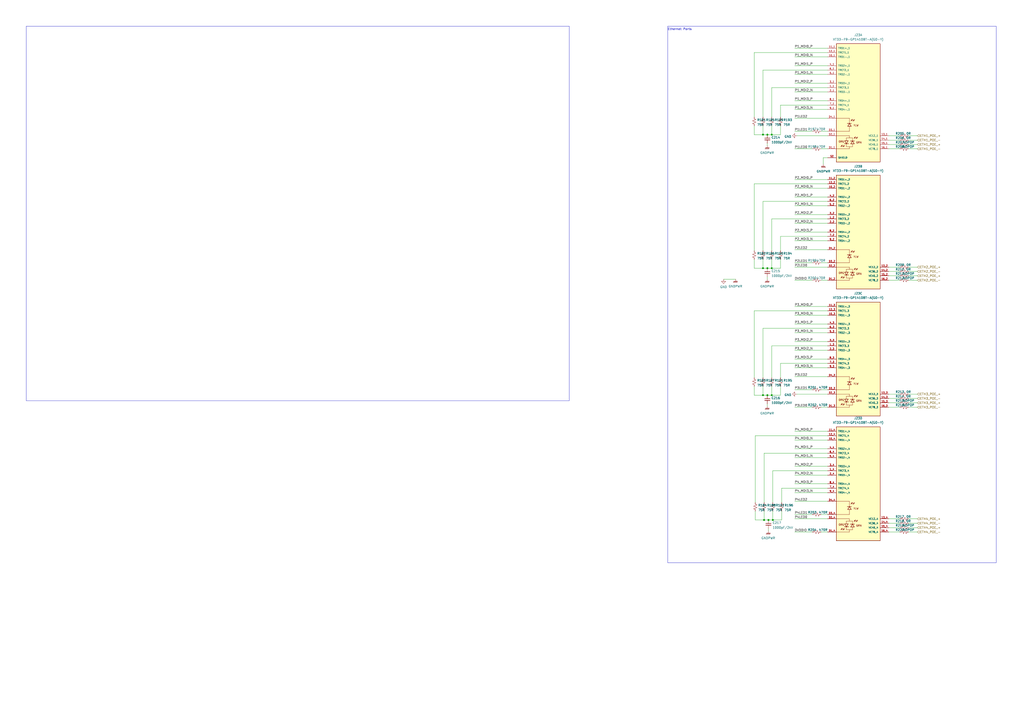
<source format=kicad_sch>
(kicad_sch (version 20230121) (generator eeschema)
  (paper "A2")
  (lib_symbols
    (symbol "Device:C_Small" (pin_numbers hide) (pin_names (offset 0.254) hide)
      (property "Reference" "C" (at 0.254 1.778 0))
      (property "Value" "C_Small" (at 0.254 -2.032 0))
      (symbol "C_Small_1_1"
        (pin passive line (at 0 2.54 270) (length 2.032) (name "~") (number "1"))
        (pin passive line (at 0 -2.54 90) (length 2.032) (name "~") (number "2"))
      )
    )
    (symbol "Device:R_Small_US" (pin_numbers hide) (pin_names (offset 0.254) hide)
      (property "Reference" "R" (at 0.762 0.508 0))
      (property "Value" "R_Small_US" (at 0.762 -1.016 0))
      (symbol "R_Small_US_1_1"
        (pin passive line (at 0 2.54 270) (length 1.016) (name "~") (number "1"))
        (pin passive line (at 0 -2.54 90) (length 1.016) (name "~") (number "2"))
      )
    )
    (symbol "gabriel:XT33-F9-GP1410BT-A(GO-Y)" (pin_names (offset 1.016))
      (property "Reference" "J23" (at 0 38.1 0))
      (property "Value" "XT33-F9-GP1410BT-A(GO-Y)" (at 0 35.56 0))
      (symbol "XT33-F9-GP1410BT-A(GO-Y)_1_0"
        (text "GRN" (at -1.27 -23.622 0) (effects (font (size 1.016 1.016)) (justify left top)))
        (text "ORG" (at -11.43 -23.114 0) (effects (font (size 1.016 1.016)) (justify left top)))
        (text "YLW" (at -2.794 -13.716 0) (effects (font (size 1.016 1.016)) (justify left top)))
        (pin passive line (at -17.78 25.4 0) (length 5.08) (name "TRD1-_1") (number "10_1"))
        (pin passive line (at -17.78 30.48 0) (length 5.08) (name "TRD1+_1") (number "11_1"))
        (pin passive line (at -17.78 27.94 0) (length 5.08) (name "TRCT1_1") (number "12_1"))
        (pin passive line (at 17.78 -20.32 180) (length 5.08) (name "VC12_1") (number "13_1"))
        (pin passive line (at 17.78 -22.86 180) (length 5.08) (name "VC36_1") (number "14_1"))
        (pin passive line (at 17.78 -25.4 180) (length 5.08) (name "VC45_1") (number "15_1"))
        (pin passive line (at 17.78 -27.94 180) (length 5.08) (name "VC78_1") (number "16_1"))
        (pin passive line (at -17.78 7.62 0) (length 5.08) (name "TRCT3_1") (number "1_1"))
        (pin passive line (at -17.78 5.08 0) (length 5.08) (name "TRD3-_1") (number "2_1"))
        (pin passive line (at -17.78 10.16 0) (length 5.08) (name "TRD3+_1") (number "3_1"))
        (pin passive line (at -17.78 20.32 0) (length 5.08) (name "TRD2+_1") (number "4_1"))
        (pin passive line (at -17.78 15.24 0) (length 5.08) (name "TRD2-_1") (number "5_1"))
        (pin passive line (at -17.78 17.78 0) (length 5.08) (name "TRCT2_1") (number "6_1"))
        (pin passive line (at -17.78 -2.54 0) (length 5.08) (name "TRCT4_1") (number "7_1"))
        (pin passive line (at -17.78 0 0) (length 5.08) (name "TRD4+_1") (number "8_1"))
        (pin passive line (at -17.78 -5.08 0) (length 5.08) (name "TRD4-_1") (number "9_1"))
        (pin passive line (at -17.78 -27.94 0) (length 5.08) (name "~") (number "D1_1"))
        (pin passive line (at -17.78 -20.32 0) (length 5.08) (name "~") (number "D2_1"))
        (pin passive line (at -17.78 -17.78 0) (length 5.08) (name "~") (number "D3_1"))
        (pin passive line (at -17.78 -10.16 0) (length 5.08) (name "~") (number "D4_1"))
        (pin passive line (at -17.78 -33.02 0) (length 5.08) (name "SHIELD") (number "S1"))
        (pin passive line (at -17.78 -33.02 0) (length 5.08) (name "SHIELD") (number "S2"))
      )
      (symbol "XT33-F9-GP1410BT-A(GO-Y)_2_0"
        (text "GRN" (at -1.27 -23.622 0) (effects (font (size 1.016 1.016)) (justify left top)))
        (text "ORG" (at -11.43 -23.114 0) (effects (font (size 1.016 1.016)) (justify left top)))
        (text "YLW" (at -2.794 -13.716 0) (effects (font (size 1.016 1.016)) (justify left top)))
        (pin passive line (at -17.78 25.4 0) (length 5.08) (name "TRD1-_2") (number "10_2"))
        (pin passive line (at -17.78 30.48 0) (length 5.08) (name "TRD1+_2") (number "11_2"))
        (pin passive line (at -17.78 27.94 0) (length 5.08) (name "TRCT1_2") (number "12_2"))
        (pin passive line (at 17.78 -20.32 180) (length 5.08) (name "VC12_2") (number "13_2"))
        (pin passive line (at 17.78 -22.86 180) (length 5.08) (name "VC36_2") (number "14_2"))
        (pin passive line (at 17.78 -25.4 180) (length 5.08) (name "VC45_2") (number "15_2"))
        (pin passive line (at 17.78 -27.94 180) (length 5.08) (name "VC78_2") (number "16_2"))
        (pin passive line (at -17.78 7.62 0) (length 5.08) (name "TRCT3_2") (number "1_2"))
        (pin passive line (at -17.78 5.08 0) (length 5.08) (name "TRD3-_2") (number "2_2"))
        (pin passive line (at -17.78 10.16 0) (length 5.08) (name "TRD3+_2") (number "3_2"))
        (pin passive line (at -17.78 20.32 0) (length 5.08) (name "TRD2+_2") (number "4_2"))
        (pin passive line (at -17.78 15.24 0) (length 5.08) (name "TRD2-_2") (number "5_2"))
        (pin passive line (at -17.78 17.78 0) (length 5.08) (name "TRCT2_2") (number "6_2"))
        (pin passive line (at -17.78 -2.54 0) (length 5.08) (name "TRCT4_2") (number "7_2"))
        (pin passive line (at -17.78 0 0) (length 5.08) (name "TRD4+_2") (number "8_2"))
        (pin passive line (at -17.78 -5.08 0) (length 5.08) (name "TRD4-_2") (number "9_2"))
        (pin passive line (at -17.78 -27.94 0) (length 5.08) (name "~") (number "D1_2"))
        (pin passive line (at -17.78 -20.32 0) (length 5.08) (name "~") (number "D2_2"))
        (pin passive line (at -17.78 -17.78 0) (length 5.08) (name "~") (number "D3_2"))
        (pin passive line (at -17.78 -10.16 0) (length 5.08) (name "~") (number "D4_2"))
      )
      (symbol "XT33-F9-GP1410BT-A(GO-Y)_3_0"
        (text "GRN" (at -1.27 -23.622 0) (effects (font (size 1.016 1.016)) (justify left top)))
        (text "ORG" (at -11.43 -23.114 0) (effects (font (size 1.016 1.016)) (justify left top)))
        (text "YLW" (at -2.794 -13.716 0) (effects (font (size 1.016 1.016)) (justify left top)))
        (pin passive line (at -17.78 25.4 0) (length 5.08) (name "TRD1-_3") (number "10_3"))
        (pin passive line (at -17.78 30.48 0) (length 5.08) (name "TRD1+_3") (number "11_3"))
        (pin passive line (at -17.78 27.94 0) (length 5.08) (name "TRCT1_3") (number "12_3"))
        (pin passive line (at 17.78 -20.32 180) (length 5.08) (name "VC12_3") (number "13_3"))
        (pin passive line (at 17.78 -22.86 180) (length 5.08) (name "VC36_3") (number "14_3"))
        (pin passive line (at 17.78 -25.4 180) (length 5.08) (name "VC45_3") (number "15_3"))
        (pin passive line (at 17.78 -27.94 180) (length 5.08) (name "VC78_3") (number "16_3"))
        (pin passive line (at -17.78 7.62 0) (length 5.08) (name "TRCT3_3") (number "1_3"))
        (pin passive line (at -17.78 5.08 0) (length 5.08) (name "TRD3-_3") (number "2_3"))
        (pin passive line (at -17.78 10.16 0) (length 5.08) (name "TRD3+_3") (number "3_3"))
        (pin passive line (at -17.78 20.32 0) (length 5.08) (name "TRD2+_3") (number "4_3"))
        (pin passive line (at -17.78 15.24 0) (length 5.08) (name "TRD2-_3") (number "5_3"))
        (pin passive line (at -17.78 17.78 0) (length 5.08) (name "TRCT2_3") (number "6_3"))
        (pin passive line (at -17.78 -2.54 0) (length 5.08) (name "TRCT4_3") (number "7_3"))
        (pin passive line (at -17.78 0 0) (length 5.08) (name "TRD4+_3") (number "8_3"))
        (pin passive line (at -17.78 -5.08 0) (length 5.08) (name "TRD4-_3") (number "9_3"))
        (pin passive line (at -17.78 -27.94 0) (length 5.08) (name "~") (number "D1_3"))
        (pin passive line (at -17.78 -20.32 0) (length 5.08) (name "~") (number "D2_3"))
        (pin passive line (at -17.78 -17.78 0) (length 5.08) (name "~") (number "D3_3"))
        (pin passive line (at -17.78 -10.16 0) (length 5.08) (name "~") (number "D4_3"))
      )
      (symbol "XT33-F9-GP1410BT-A(GO-Y)_4_0"
        (text "GRN" (at -1.27 -23.622 0) (effects (font (size 1.016 1.016)) (justify left top)))
        (text "ORG" (at -11.43 -23.114 0) (effects (font (size 1.016 1.016)) (justify left top)))
        (text "YLW" (at -2.794 -13.716 0) (effects (font (size 1.016 1.016)) (justify left top)))
        (pin passive line (at -17.78 25.4 0) (length 5.08) (name "TRD1-_4") (number "10_4"))
        (pin passive line (at -17.78 30.48 0) (length 5.08) (name "TRD1+_4") (number "11_4"))
        (pin passive line (at -17.78 27.94 0) (length 5.08) (name "TRCT1_4") (number "12_4"))
        (pin passive line (at 17.78 -20.32 180) (length 5.08) (name "VC12_4") (number "13_4"))
        (pin passive line (at 17.78 -22.86 180) (length 5.08) (name "VC36_4") (number "14_4"))
        (pin passive line (at 17.78 -25.4 180) (length 5.08) (name "VC45_4") (number "15_4"))
        (pin passive line (at 17.78 -27.94 180) (length 5.08) (name "VC78_4") (number "16_4"))
        (pin passive line (at -17.78 7.62 0) (length 5.08) (name "TRCT3_4") (number "1_4"))
        (pin passive line (at -17.78 5.08 0) (length 5.08) (name "TRD3-_4") (number "2_4"))
        (pin passive line (at -17.78 10.16 0) (length 5.08) (name "TRD3+_4") (number "3_4"))
        (pin passive line (at -17.78 20.32 0) (length 5.08) (name "TRD2+_4") (number "4_4"))
        (pin passive line (at -17.78 15.24 0) (length 5.08) (name "TRD2-_4") (number "5_4"))
        (pin passive line (at -17.78 17.78 0) (length 5.08) (name "TRCT2_4") (number "6_4"))
        (pin passive line (at -17.78 -2.54 0) (length 5.08) (name "TRCT4_4") (number "7_4"))
        (pin passive line (at -17.78 0 0) (length 5.08) (name "TRD4+_4") (number "8_4"))
        (pin passive line (at -17.78 -5.08 0) (length 5.08) (name "TRD4-_4") (number "9_4"))
        (pin passive line (at -17.78 -27.94 0) (length 5.08) (name "~") (number "D1_4"))
        (pin passive line (at -17.78 -20.32 0) (length 5.08) (name "~") (number "D2_4"))
        (pin passive line (at -17.78 -17.78 0) (length 5.08) (name "~") (number "D3_4"))
        (pin passive line (at -17.78 -10.16 0) (length 5.08) (name "~") (number "D4_4"))
      )
    )
    (symbol "power:GND" (power) (pin_names (offset 0))
      (property "Value" "GND" (at 0 -3.81 0))
      (symbol "GND_1_1"
        (pin power_in line (at 0 0 270) (length 0) hide (name "GND") (number "1"))
      )
    )
    (symbol "power:GNDPWR" (power) (pin_names (offset 0))
      (property "Value" "GNDPWR" (at 0 -3.302 0))
      (symbol "GNDPWR_1_1"
        (pin power_in line (at 0 0 270) (length 0) hide (name "GNDPWR") (number "1"))
      )
    )
  )
  (junction (at 442.595 155.575))
  (junction (at 447.675 78.105))
  (junction (at 443.23 301.625))
  (junction (at 445.77 301.625))
  (junction (at 445.135 155.575))
  (junction (at 442.595 229.235))
  (junction (at 442.595 78.105))
  (junction (at 445.135 229.235))
  (junction (at 447.675 155.575))
  (junction (at 447.675 229.235))
  (junction (at 445.135 78.105))
  (junction (at 448.31 301.625))
  (wire (pts (xy 453.39 291.465) (xy 453.39 283.21)))
  (wire (pts (xy 515.62 228.6) (xy 521.97 228.6)))
  (wire (pts (xy 461.01 48.26) (xy 480.06 48.26)))
  (wire (pts (xy 461.01 187.96) (xy 480.06 187.96)))
  (wire (pts (xy 476.25 162.56) (xy 480.06 162.56)))
  (wire (pts (xy 527.05 86.36) (xy 532.13 86.36)))
  (polyline (pts (xy 330.2 15.24) (xy 330.2 232.41)))
  (wire (pts (xy 461.01 134.62) (xy 480.06 134.62)))
  (wire (pts (xy 452.755 229.235) (xy 452.755 224.155)))
  (wire (pts (xy 515.62 233.68) (xy 521.97 233.68)))
  (wire (pts (xy 527.05 303.53) (xy 532.13 303.53)))
  (wire (pts (xy 461.01 86.36) (xy 471.17 86.36)))
  (wire (pts (xy 448.31 301.625) (xy 453.39 301.625)))
  (polyline (pts (xy 330.2 15.24) (xy 15.24 15.24)))
  (wire (pts (xy 447.675 145.415) (xy 447.675 127)))
  (wire (pts (xy 461.01 226.06) (xy 471.17 226.06)))
  (wire (pts (xy 527.05 233.68) (xy 532.13 233.68)))
  (wire (pts (xy 461.01 63.5) (xy 480.06 63.5)))
  (wire (pts (xy 437.515 67.945) (xy 437.515 30.48)))
  (wire (pts (xy 447.675 73.025) (xy 447.675 78.105)))
  (wire (pts (xy 461.01 255.27) (xy 480.06 255.27)))
  (wire (pts (xy 442.595 224.155) (xy 442.595 229.235)))
  (wire (pts (xy 461.01 124.46) (xy 480.06 124.46)))
  (wire (pts (xy 452.755 78.105) (xy 452.755 73.025)))
  (wire (pts (xy 461.01 58.42) (xy 480.06 58.42)))
  (wire (pts (xy 442.595 219.075) (xy 442.595 190.5)))
  (wire (pts (xy 527.05 83.82) (xy 532.13 83.82)))
  (wire (pts (xy 476.25 298.45) (xy 480.06 298.45)))
  (wire (pts (xy 461.01 162.56) (xy 471.17 162.56)))
  (polyline (pts (xy 15.24 232.41) (xy 330.2 232.41)))
  (wire (pts (xy 419.735 161.925) (xy 426.72 161.925)))
  (wire (pts (xy 515.62 231.14) (xy 521.97 231.14)))
  (wire (pts (xy 452.755 60.96) (xy 480.06 60.96)))
  (wire (pts (xy 445.135 235.585) (xy 445.135 234.315)))
  (wire (pts (xy 447.675 229.235) (xy 452.755 229.235)))
  (wire (pts (xy 442.595 67.945) (xy 442.595 40.64)))
  (wire (pts (xy 447.675 224.155) (xy 447.675 229.235)))
  (wire (pts (xy 447.675 67.945) (xy 447.675 50.8)))
  (wire (pts (xy 461.01 308.61) (xy 471.17 308.61)))
  (wire (pts (xy 448.31 291.465) (xy 448.31 273.05)))
  (wire (pts (xy 461.01 265.43) (xy 480.06 265.43)))
  (wire (pts (xy 476.25 226.06) (xy 480.06 226.06)))
  (wire (pts (xy 515.62 160.02) (xy 521.97 160.02)))
  (wire (pts (xy 515.62 162.56) (xy 521.97 162.56)))
  (wire (pts (xy 447.675 200.66) (xy 480.06 200.66)))
  (polyline (pts (xy 387.35 15.24) (xy 387.35 326.39)))
  (wire (pts (xy 461.01 76.2) (xy 471.17 76.2)))
  (wire (pts (xy 461.01 280.67) (xy 480.06 280.67)))
  (wire (pts (xy 445.77 307.975) (xy 445.77 306.705)))
  (polyline (pts (xy 387.35 15.24) (xy 577.85 15.24)))
  (wire (pts (xy 461.01 139.7) (xy 480.06 139.7)))
  (wire (pts (xy 438.15 252.73) (xy 480.06 252.73)))
  (wire (pts (xy 447.675 150.495) (xy 447.675 155.575)))
  (wire (pts (xy 437.515 106.68) (xy 480.06 106.68)))
  (wire (pts (xy 442.595 116.84) (xy 480.06 116.84)))
  (wire (pts (xy 476.25 152.4) (xy 480.06 152.4)))
  (wire (pts (xy 461.01 203.2) (xy 480.06 203.2)))
  (wire (pts (xy 438.15 301.625) (xy 443.23 301.625)))
  (wire (pts (xy 527.05 78.74) (xy 532.13 78.74)))
  (wire (pts (xy 447.675 155.575) (xy 452.755 155.575)))
  (wire (pts (xy 461.01 198.12) (xy 480.06 198.12)))
  (wire (pts (xy 442.595 229.235) (xy 445.135 229.235)))
  (wire (pts (xy 477.52 91.44) (xy 480.06 91.44)))
  (wire (pts (xy 515.62 157.48) (xy 521.97 157.48)))
  (wire (pts (xy 461.01 68.58) (xy 480.06 68.58)))
  (wire (pts (xy 442.595 145.415) (xy 442.595 116.84)))
  (wire (pts (xy 443.23 291.465) (xy 443.23 262.89)))
  (wire (pts (xy 527.05 306.07) (xy 532.13 306.07)))
  (wire (pts (xy 461.01 129.54) (xy 480.06 129.54)))
  (wire (pts (xy 515.62 81.28) (xy 521.97 81.28)))
  (wire (pts (xy 447.675 78.105) (xy 452.755 78.105)))
  (wire (pts (xy 527.05 81.28) (xy 532.13 81.28)))
  (wire (pts (xy 461.01 154.94) (xy 480.06 154.94)))
  (polyline (pts (xy 577.85 326.39) (xy 577.85 15.24)))
  (wire (pts (xy 461.01 260.35) (xy 480.06 260.35)))
  (wire (pts (xy 461.01 208.28) (xy 480.06 208.28)))
  (wire (pts (xy 515.62 300.99) (xy 521.97 300.99)))
  (wire (pts (xy 461.01 236.22) (xy 471.17 236.22)))
  (wire (pts (xy 461.01 144.78) (xy 480.06 144.78)))
  (wire (pts (xy 515.62 306.07) (xy 521.97 306.07)))
  (wire (pts (xy 443.23 262.89) (xy 480.06 262.89)))
  (wire (pts (xy 527.05 236.22) (xy 532.13 236.22)))
  (wire (pts (xy 437.515 229.235) (xy 442.595 229.235)))
  (wire (pts (xy 476.25 86.36) (xy 480.06 86.36)))
  (wire (pts (xy 461.01 298.45) (xy 471.17 298.45)))
  (wire (pts (xy 443.23 301.625) (xy 445.77 301.625)))
  (wire (pts (xy 527.05 300.99) (xy 532.13 300.99)))
  (wire (pts (xy 462.28 228.6) (xy 480.06 228.6)))
  (wire (pts (xy 461.01 285.75) (xy 480.06 285.75)))
  (wire (pts (xy 461.01 109.22) (xy 480.06 109.22)))
  (wire (pts (xy 452.755 67.945) (xy 452.755 60.96)))
  (wire (pts (xy 461.01 270.51) (xy 480.06 270.51)))
  (wire (pts (xy 461.01 119.38) (xy 480.06 119.38)))
  (wire (pts (xy 461.01 33.02) (xy 480.06 33.02)))
  (wire (pts (xy 515.62 236.22) (xy 521.97 236.22)))
  (wire (pts (xy 438.15 296.545) (xy 438.15 301.625)))
  (wire (pts (xy 445.135 155.575) (xy 447.675 155.575)))
  (wire (pts (xy 447.675 127) (xy 480.06 127)))
  (wire (pts (xy 527.05 157.48) (xy 532.13 157.48)))
  (wire (pts (xy 437.515 150.495) (xy 437.515 155.575)))
  (wire (pts (xy 527.05 160.02) (xy 532.13 160.02)))
  (wire (pts (xy 527.05 228.6) (xy 532.13 228.6)))
  (wire (pts (xy 442.595 155.575) (xy 445.135 155.575)))
  (wire (pts (xy 437.515 180.34) (xy 480.06 180.34)))
  (wire (pts (xy 442.595 150.495) (xy 442.595 155.575)))
  (wire (pts (xy 515.62 308.61) (xy 521.97 308.61)))
  (wire (pts (xy 476.25 308.61) (xy 480.06 308.61)))
  (wire (pts (xy 461.01 250.19) (xy 480.06 250.19)))
  (wire (pts (xy 437.515 155.575) (xy 442.595 155.575)))
  (wire (pts (xy 443.23 296.545) (xy 443.23 301.625)))
  (wire (pts (xy 461.01 43.18) (xy 480.06 43.18)))
  (wire (pts (xy 445.135 229.235) (xy 447.675 229.235)))
  (wire (pts (xy 515.62 154.94) (xy 521.97 154.94)))
  (polyline (pts (xy 15.24 15.24) (xy 15.24 232.41)))
  (wire (pts (xy 461.01 275.59) (xy 480.06 275.59)))
  (wire (pts (xy 453.39 301.625) (xy 453.39 296.545)))
  (wire (pts (xy 461.01 114.3) (xy 480.06 114.3)))
  (wire (pts (xy 515.62 303.53) (xy 521.97 303.53)))
  (wire (pts (xy 437.515 78.105) (xy 442.595 78.105)))
  (wire (pts (xy 437.515 73.025) (xy 437.515 78.105)))
  (wire (pts (xy 447.675 50.8) (xy 480.06 50.8)))
  (wire (pts (xy 461.01 53.34) (xy 480.06 53.34)))
  (wire (pts (xy 515.62 86.36) (xy 521.97 86.36)))
  (wire (pts (xy 515.62 78.74) (xy 521.97 78.74)))
  (wire (pts (xy 477.52 95.25) (xy 477.52 91.44)))
  (wire (pts (xy 437.515 219.075) (xy 437.515 180.34)))
  (wire (pts (xy 442.595 40.64) (xy 480.06 40.64)))
  (wire (pts (xy 476.25 76.2) (xy 480.06 76.2)))
  (wire (pts (xy 445.135 78.105) (xy 447.675 78.105)))
  (wire (pts (xy 461.01 177.8) (xy 480.06 177.8)))
  (wire (pts (xy 448.31 296.545) (xy 448.31 301.625)))
  (wire (pts (xy 527.05 308.61) (xy 532.13 308.61)))
  (wire (pts (xy 476.25 236.22) (xy 480.06 236.22)))
  (wire (pts (xy 527.05 154.94) (xy 532.13 154.94)))
  (wire (pts (xy 445.135 161.925) (xy 445.135 160.655)))
  (wire (pts (xy 437.515 224.155) (xy 437.515 229.235)))
  (wire (pts (xy 452.755 137.16) (xy 480.06 137.16)))
  (wire (pts (xy 452.755 219.075) (xy 452.755 210.82)))
  (wire (pts (xy 461.01 213.36) (xy 480.06 213.36)))
  (wire (pts (xy 437.515 145.415) (xy 437.515 106.68)))
  (wire (pts (xy 442.595 78.105) (xy 445.135 78.105)))
  (polyline (pts (xy 387.35 326.39) (xy 577.85 326.39)))
  (wire (pts (xy 462.28 78.74) (xy 480.06 78.74)))
  (wire (pts (xy 452.755 210.82) (xy 480.06 210.82)))
  (wire (pts (xy 438.15 291.465) (xy 438.15 252.73)))
  (wire (pts (xy 515.62 83.82) (xy 521.97 83.82)))
  (wire (pts (xy 461.01 218.44) (xy 480.06 218.44)))
  (wire (pts (xy 447.675 219.075) (xy 447.675 200.66)))
  (wire (pts (xy 461.01 182.88) (xy 480.06 182.88)))
  (wire (pts (xy 461.01 38.1) (xy 480.06 38.1)))
  (wire (pts (xy 461.01 104.14) (xy 480.06 104.14)))
  (wire (pts (xy 527.05 162.56) (xy 532.13 162.56)))
  (wire (pts (xy 445.77 301.625) (xy 448.31 301.625)))
  (wire (pts (xy 453.39 283.21) (xy 480.06 283.21)))
  (wire (pts (xy 461.01 27.94) (xy 480.06 27.94)))
  (wire (pts (xy 442.595 73.025) (xy 442.595 78.105)))
  (wire (pts (xy 448.31 273.05) (xy 480.06 273.05)))
  (wire (pts (xy 527.05 231.14) (xy 532.13 231.14)))
  (wire (pts (xy 461.01 193.04) (xy 480.06 193.04)))
  (wire (pts (xy 445.135 84.455) (xy 445.135 83.185)))
  (wire (pts (xy 437.515 30.48) (xy 480.06 30.48)))
  (wire (pts (xy 452.755 155.575) (xy 452.755 150.495)))
  (wire (pts (xy 461.01 300.99) (xy 480.06 300.99)))
  (wire (pts (xy 452.755 145.415) (xy 452.755 137.16)))
  (wire (pts (xy 442.595 190.5) (xy 480.06 190.5)))
  (wire (pts (xy 461.01 152.4) (xy 471.17 152.4)))
  (wire (pts (xy 461.01 290.83) (xy 480.06 290.83)))
  (text "Ethernet Ports" (at 387.35 17.78 0) (effects (font (size 1.27 1.27)) (justify left bottom)))
  (label "DVDDIO" (at 461.01 162.56 0))
  (label "P4_MDI0_P" (at 461.01 250.19 0))
  (label "P3LED0" (at 461.01 236.22 0))
  (label "P4LED0" (at 461.01 300.99 0))
  (label "P3_MDI0_N" (at 461.01 182.88 0))
  (label "P3_MDI1_P" (at 461.01 187.96 0))
  (label "P2_MDI0_N" (at 461.01 109.22 0))
  (label "P4_MDI2_N" (at 461.01 275.59 0))
  (label "P1_MDI2_N" (at 461.01 53.34 0))
  (label "P4_MDI3_P" (at 461.01 280.67 0))
  (label "P2_MDI2_P" (at 461.01 124.46 0))
  (label "P4_MDI0_N" (at 461.01 255.27 0))
  (label "P1_MDI3_P" (at 461.01 58.42 0))
  (label "P1_MDI2_P" (at 461.01 48.26 0))
  (label "P3_MDI1_N" (at 461.01 193.04 0))
  (label "P3_MDI0_P" (at 461.01 177.8 0))
  (label "DVDDIO" (at 461.01 308.61 0))
  (label "P3_MDI3_N" (at 461.01 213.36 0))
  (label "P3_MDI2_P" (at 461.01 198.12 0))
  (label "P2LED0" (at 461.01 154.94 0))
  (label "P2_MDI3_N" (at 461.01 139.7 0))
  (label "P2_MDI1_N" (at 461.01 119.38 0))
  (label "P3_MDI3_P" (at 461.01 208.28 0))
  (label "P4_MDI3_N" (at 461.01 285.75 0))
  (label "P4_MDI2_P" (at 461.01 270.51 0))
  (label "P2_MDI2_N" (at 461.01 129.54 0))
  (label "P1LED2" (at 461.01 68.58 0))
  (label "P2_MDI3_P" (at 461.01 134.62 0))
  (label "P1_MDI0_P" (at 461.01 27.94 0))
  (label "P3LED1" (at 461.01 226.06 0))
  (label "P1LED1" (at 461.01 76.2 0))
  (label "P1_MDI0_N" (at 461.01 33.02 0))
  (label "P2LED1" (at 461.01 152.4 0))
  (label "P2LED2" (at 461.01 144.78 0))
  (label "P1_MDI3_N" (at 461.01 63.5 0))
  (label "P1_MDI1_N" (at 461.01 43.18 0))
  (label "P4LED2" (at 461.01 290.83 0))
  (label "P3LED2" (at 461.01 218.44 0))
  (label "P4_MDI1_N" (at 461.01 265.43 0))
  (label "P1LED0" (at 461.01 86.36 0))
  (label "P1_MDI1_P" (at 461.01 38.1 0))
  (label "P4_MDI1_P" (at 461.01 260.35 0))
  (label "P2_MDI1_P" (at 461.01 114.3 0))
  (label "P4LED1" (at 461.01 298.45 0))
  (label "P2_MDI0_P" (at 461.01 104.14 0))
  (label "P3_MDI2_N" (at 461.01 203.2 0))
  (hierarchical_label "ETH2_POE_-" (shape input) (at 532.13 162.56 0))
  (hierarchical_label "ETH3_POE_+" (shape input) (at 532.13 233.68 0))
  (hierarchical_label "ETH2_POE_-" (shape input) (at 532.13 157.48 0))
  (hierarchical_label "ETH1_POE_+" (shape input) (at 532.13 78.74 0))
  (hierarchical_label "ETH4_POE_+" (shape input) (at 532.13 300.99 0))
  (hierarchical_label "ETH1_POE_-" (shape input) (at 532.13 86.36 0))
  (hierarchical_label "ETH3_POE_-" (shape input) (at 532.13 236.22 0))
  (hierarchical_label "ETH4_POE_+" (shape input) (at 532.13 306.07 0))
  (hierarchical_label "ETH2_POE_+" (shape input) (at 532.13 154.94 0))
  (hierarchical_label "ETH3_POE_+" (shape input) (at 532.13 228.6 0))
  (hierarchical_label "ETH4_POE_-" (shape input) (at 532.13 308.61 0))
  (hierarchical_label "ETH4_POE_-" (shape input) (at 532.13 303.53 0))
  (hierarchical_label "ETH2_POE_+" (shape input) (at 532.13 160.02 0))
  (hierarchical_label "ETH1_POE_-" (shape input) (at 532.13 81.28 0))
  (hierarchical_label "ETH1_POE_+" (shape input) (at 532.13 83.82 0))
  (hierarchical_label "ETH3_POE_-" (shape input) (at 532.13 231.14 0))
  (symbol (lib_id "Device:R_Small_US") (at 448.31 294.005 180) (unit 1)
    (property "Reference" "R192" (at 449.961 293.0965 0) (effects (justify right)))
    (property "Value" "75R" (at 449.961 295.8716 0) (effects (justify right)))
    (property "Footprint" "Resistor_SMD:R_0402_1005Metric" (effects hide))
  )
  (symbol (lib_id "Device:C_Small") (at 445.135 231.775 0) (unit 1)
    (property "Reference" "C216" (at 447.4591 230.8728 0) (effects (justify left)))
    (property "Value" "1000pF/2kV" (at 447.4591 233.6479 0) (effects (justify left)))
    (property "Footprint" "Capacitor_SMD:C_1206_3216Metric" (effects hide))
    (property "Datasheet" "https://datasheet.lcsc.com/lcsc/2201121900_IHHEC-HOLY-STONE-ENTERPRISE-CO---LTD-C2220X102K202T_C2940745.pdf" (effects hide))
    (property "LCSC Part" "C2940745" (effects hide))
  )
  (symbol (lib_id "Device:R_Small_US") (at 473.71 86.36 270) (unit 1)
    (property "Reference" "R198" (at 471.17 85.09 90))
    (property "Value" "470R" (at 476.25 85.09 90))
    (property "Footprint" "Resistor_SMD:R_0402_1005Metric" (effects hide))
  )
  (symbol (lib_id "Device:R_Small_US") (at 473.71 308.61 270) (unit 1)
    (property "Reference" "R204" (at 471.17 307.34 90))
    (property "Value" "470R" (at 477.52 307.34 90))
    (property "Footprint" "Resistor_SMD:R_0402_1005Metric" (effects hide))
  )
  (symbol (lib_id "Device:R_Small_US") (at 437.515 147.955 180) (unit 1)
    (property "Reference" "R182" (at 439.166 147.0465 0) (effects (justify right)))
    (property "Value" "75R" (at 439.166 149.8216 0) (effects (justify right)))
    (property "Footprint" "Resistor_SMD:R_0402_1005Metric" (effects hide))
  )
  (symbol (lib_id "Device:R_Small_US") (at 524.51 306.07 90) (unit 1)
    (property "Reference" "R219" (at 521.97 304.8 90))
    (property "Value" "NOPOP" (at 527.05 304.8 90))
    (property "Footprint" "Resistor_SMD:R_0402_1005Metric" (effects hide))
  )
  (symbol (lib_id "power:GND") (at 419.735 161.925 0) (unit 1)
    (property "Reference" "#PWR0197" (effects hide))
    (property "Value" "GND" (at 419.735 166.4875 0))
  )
  (symbol (lib_id "Device:R_Small_US") (at 453.39 294.005 180) (unit 1)
    (property "Reference" "R196" (at 455.041 293.0965 0) (effects (justify right)))
    (property "Value" "75R" (at 455.041 295.8716 0) (effects (justify right)))
    (property "Footprint" "Resistor_SMD:R_0402_1005Metric" (effects hide))
  )
  (symbol (lib_id "Device:R_Small_US") (at 447.675 147.955 180) (unit 1)
    (property "Reference" "R190" (at 449.326 147.0465 0) (effects (justify right)))
    (property "Value" "75R" (at 449.326 149.8216 0) (effects (justify right)))
    (property "Footprint" "Resistor_SMD:R_0402_1005Metric" (effects hide))
  )
  (symbol (lib_id "power:GNDPWR") (at 426.72 161.925 0) (unit 1)
    (property "Reference" "#PWR0198" (effects hide))
    (property "Value" "GNDPWR" (at 426.593 166.0811 0))
  )
  (symbol (lib_id "Device:R_Small_US") (at 524.51 300.99 90) (unit 1)
    (property "Reference" "R217" (at 521.97 299.72 90))
    (property "Value" "0R" (at 527.05 299.72 90))
    (property "Footprint" "Resistor_SMD:R_0402_1005Metric" (effects hide))
  )
  (symbol (lib_id "Device:R_Small_US") (at 452.755 221.615 180) (unit 1)
    (property "Reference" "R195" (at 454.406 220.7065 0) (effects (justify right)))
    (property "Value" "75R" (at 454.406 223.4816 0) (effects (justify right)))
    (property "Footprint" "Resistor_SMD:R_0402_1005Metric" (effects hide))
  )
  (symbol (lib_id "Device:R_Small_US") (at 447.675 221.615 180) (unit 1)
    (property "Reference" "R191" (at 449.326 220.7065 0) (effects (justify right)))
    (property "Value" "75R" (at 449.326 223.4816 0) (effects (justify right)))
    (property "Footprint" "Resistor_SMD:R_0402_1005Metric" (effects hide))
  )
  (symbol (lib_id "Device:R_Small_US") (at 473.71 226.06 270) (unit 1)
    (property "Reference" "R201" (at 471.17 224.79 90))
    (property "Value" "470R" (at 477.52 224.79 90))
    (property "Footprint" "Resistor_SMD:R_0402_1005Metric" (effects hide))
  )
  (symbol (lib_id "Device:R_Small_US") (at 524.51 78.74 90) (unit 1)
    (property "Reference" "R205" (at 521.97 77.47 90))
    (property "Value" "0R" (at 527.05 77.47 90))
    (property "Footprint" "Resistor_SMD:R_0402_1005Metric" (effects hide))
  )
  (symbol (lib_id "Device:R_Small_US") (at 437.515 70.485 180) (unit 1)
    (property "Reference" "R181" (at 439.166 69.5765 0) (effects (justify right)))
    (property "Value" "75R" (at 439.166 72.3516 0) (effects (justify right)))
    (property "Footprint" "Resistor_SMD:R_0402_1005Metric" (effects hide))
  )
  (symbol (lib_id "Device:R_Small_US") (at 473.71 298.45 270) (unit 1)
    (property "Reference" "R203" (at 471.17 297.18 90))
    (property "Value" "470R" (at 477.52 297.18 90))
    (property "Footprint" "Resistor_SMD:R_0402_1005Metric" (effects hide))
  )
  (symbol (lib_id "Device:R_Small_US") (at 473.71 152.4 270) (unit 1)
    (property "Reference" "R199" (at 471.17 151.13 90))
    (property "Value" "470R" (at 476.25 151.13 90))
    (property "Footprint" "Resistor_SMD:R_0402_1005Metric" (effects hide))
  )
  (symbol (lib_id "Device:R_Small_US") (at 442.595 70.485 180) (unit 1)
    (property "Reference" "R185" (at 444.246 69.5765 0) (effects (justify right)))
    (property "Value" "75R" (at 444.246 72.3516 0) (effects (justify right)))
    (property "Footprint" "Resistor_SMD:R_0402_1005Metric" (effects hide))
  )
  (symbol (lib_id "power:GND") (at 462.28 228.6 270) (unit 1)
    (property "Reference" "#PWR0204" (effects hide))
    (property "Value" "GND" (at 459.1051 229.079 90) (effects (justify right)))
  )
  (symbol (lib_id "Device:R_Small_US") (at 524.51 228.6 90) (unit 1)
    (property "Reference" "R213" (at 521.97 227.33 90))
    (property "Value" "0R" (at 527.05 227.33 90))
    (property "Footprint" "Resistor_SMD:R_0402_1005Metric" (effects hide))
  )
  (symbol (lib_id "Device:R_Small_US") (at 442.595 147.955 180) (unit 1)
    (property "Reference" "R186" (at 444.246 147.0465 0) (effects (justify right)))
    (property "Value" "75R" (at 444.246 149.8216 0) (effects (justify right)))
    (property "Footprint" "Resistor_SMD:R_0402_1005Metric" (effects hide))
  )
  (symbol (lib_id "Device:R_Small_US") (at 524.51 154.94 90) (unit 1)
    (property "Reference" "R209" (at 521.97 153.67 90))
    (property "Value" "0R" (at 527.05 153.67 90))
    (property "Footprint" "Resistor_SMD:R_0402_1005Metric" (effects hide))
  )
  (symbol (lib_id "Device:C_Small") (at 445.77 304.165 0) (unit 1)
    (property "Reference" "C217" (at 448.0941 303.2628 0) (effects (justify left)))
    (property "Value" "1000pF/2kV" (at 448.0941 306.0379 0) (effects (justify left)))
    (property "Footprint" "Capacitor_SMD:C_1206_3216Metric" (effects hide))
    (property "Datasheet" "https://datasheet.lcsc.com/lcsc/2201121900_IHHEC-HOLY-STONE-ENTERPRISE-CO---LTD-C2220X102K202T_C2940745.pdf" (effects hide))
    (property "LCSC Part" "C2940745" (effects hide))
  )
  (symbol (lib_id "power:GNDPWR") (at 445.135 84.455 0) (unit 1)
    (property "Reference" "#PWR0199" (effects hide))
    (property "Value" "GNDPWR" (at 445.008 88.6111 0))
  )
  (symbol (lib_id "gabriel:XT33-F9-GP1410BT-A(GO-Y)") (at 497.84 58.42 0) (unit 1)
    (property "Reference" "J23" (at 497.84 20.32 0))
    (property "Value" "XT33-F9-GP1410BT-A(GO-Y)" (at 497.84 22.86 0))
    (property "Footprint" "Gabriel:BEL_0826-1X4T-GH-F" (effects hide))
    (property "MP" "0826-1X4T-GH-F" (effects hide))
    (property "DIGIKEY-PURCHASE-URL" "https://snapeda.com/shop?store=DigiKey&id=4616510" (effects hide))
    (property "PACKAGE" "None" (effects hide))
    (property "MF" "Bel Magnetic Solutions" (effects hide))
    (property "PRICE" "None" (effects hide))
    (property "AVAILABILITY" "Unavailable" (effects hide))
    (property "DESCRIPTION" "MagJack 2.5GBASE-T | 1X4 | OG/Y LED | -40 to 85C | RoHS" (effects hide))
  )
  (symbol (lib_id "Device:R_Small_US") (at 524.51 160.02 90) (unit 1)
    (property "Reference" "R211" (at 521.97 158.75 90))
    (property "Value" "NOPOP" (at 527.05 158.75 90))
    (property "Footprint" "Resistor_SMD:R_0402_1005Metric" (effects hide))
  )
  (symbol (lib_id "Device:R_Small_US") (at 524.51 86.36 90) (unit 1)
    (property "Reference" "R208" (at 521.97 85.09 90))
    (property "Value" "NOPOP" (at 527.05 85.09 90))
    (property "Footprint" "Resistor_SMD:R_0402_1005Metric" (effects hide))
  )
  (symbol (lib_id "Device:R_Small_US") (at 452.755 147.955 180) (unit 1)
    (property "Reference" "R194" (at 454.406 147.0465 0) (effects (justify right)))
    (property "Value" "75R" (at 454.406 149.8216 0) (effects (justify right)))
    (property "Footprint" "Resistor_SMD:R_0402_1005Metric" (effects hide))
  )
  (symbol (lib_id "power:GNDPWR") (at 477.52 95.25 0) (mirror y) (unit 1)
    (property "Reference" "#PWR0205" (effects hide))
    (property "Value" "GNDPWR" (at 477.647 99.4061 0))
  )
  (symbol (lib_id "gabriel:XT33-F9-GP1410BT-A(GO-Y)") (at 497.84 208.28 0) (unit 3)
    (property "Reference" "J23" (at 497.84 170.18 0))
    (property "Value" "XT33-F9-GP1410BT-A(GO-Y)" (at 497.84 172.72 0))
    (property "Footprint" "Gabriel:BEL_0826-1X4T-GH-F" (effects hide))
    (property "MP" "0826-1X4T-GH-F" (effects hide))
    (property "DIGIKEY-PURCHASE-URL" "https://snapeda.com/shop?store=DigiKey&id=4616510" (effects hide))
    (property "PACKAGE" "None" (effects hide))
    (property "MF" "Bel Magnetic Solutions" (effects hide))
    (property "PRICE" "None" (effects hide))
    (property "AVAILABILITY" "Unavailable" (effects hide))
    (property "DESCRIPTION" "MagJack 2.5GBASE-T | 1X4 | OG/Y LED | -40 to 85C | RoHS" (effects hide))
  )
  (symbol (lib_id "Device:R_Small_US") (at 473.71 76.2 270) (unit 1)
    (property "Reference" "R197" (at 471.17 74.93 90))
    (property "Value" "470R" (at 476.25 74.93 90))
    (property "Footprint" "Resistor_SMD:R_0402_1005Metric" (effects hide))
  )
  (symbol (lib_id "power:GNDPWR") (at 445.135 235.585 0) (unit 1)
    (property "Reference" "#PWR0201" (effects hide))
    (property "Value" "GNDPWR" (at 445.008 239.7411 0))
  )
  (symbol (lib_id "Device:R_Small_US") (at 524.51 236.22 90) (unit 1)
    (property "Reference" "R216" (at 521.97 234.95 90))
    (property "Value" "NOPOP" (at 527.05 234.95 90))
    (property "Footprint" "Resistor_SMD:R_0402_1005Metric" (effects hide))
  )
  (symbol (lib_id "Device:R_Small_US") (at 473.71 236.22 270) (unit 1)
    (property "Reference" "R202" (at 471.17 234.95 90))
    (property "Value" "470R" (at 477.52 234.95 90))
    (property "Footprint" "Resistor_SMD:R_0402_1005Metric" (effects hide))
  )
  (symbol (lib_id "power:GNDPWR") (at 445.77 307.975 0) (unit 1)
    (property "Reference" "#PWR0202" (effects hide))
    (property "Value" "GNDPWR" (at 445.643 312.1311 0))
  )
  (symbol (lib_id "power:GND") (at 462.28 78.74 270) (unit 1)
    (property "Reference" "#PWR0203" (effects hide))
    (property "Value" "GND" (at 459.1051 79.219 90) (effects (justify right)))
  )
  (symbol (lib_id "Device:R_Small_US") (at 524.51 157.48 90) (unit 1)
    (property "Reference" "R210" (at 521.97 156.21 90))
    (property "Value" "0R" (at 527.05 156.21 90))
    (property "Footprint" "Resistor_SMD:R_0402_1005Metric" (effects hide))
  )
  (symbol (lib_id "Device:R_Small_US") (at 524.51 162.56 90) (unit 1)
    (property "Reference" "R212" (at 521.97 161.29 90))
    (property "Value" "NOPOP" (at 527.05 161.29 90))
    (property "Footprint" "Resistor_SMD:R_0402_1005Metric" (effects hide))
  )
  (symbol (lib_id "Device:R_Small_US") (at 452.755 70.485 180) (unit 1)
    (property "Reference" "R193" (at 454.406 69.5765 0) (effects (justify right)))
    (property "Value" "75R" (at 454.406 72.3516 0) (effects (justify right)))
    (property "Footprint" "Resistor_SMD:R_0402_1005Metric" (effects hide))
  )
  (symbol (lib_id "Device:R_Small_US") (at 437.515 221.615 180) (unit 1)
    (property "Reference" "R183" (at 439.166 220.7065 0) (effects (justify right)))
    (property "Value" "75R" (at 439.166 223.4816 0) (effects (justify right)))
    (property "Footprint" "Resistor_SMD:R_0402_1005Metric" (effects hide))
  )
  (symbol (lib_id "Device:C_Small") (at 445.135 80.645 0) (unit 1)
    (property "Reference" "C214" (at 447.4591 79.7428 0) (effects (justify left)))
    (property "Value" "1000pF/2kV" (at 447.4591 82.5179 0) (effects (justify left)))
    (property "Footprint" "Capacitor_SMD:C_1206_3216Metric" (effects hide))
    (property "Datasheet" "https://datasheet.lcsc.com/lcsc/2201121900_IHHEC-HOLY-STONE-ENTERPRISE-CO---LTD-C2220X102K202T_C2940745.pdf" (effects hide))
    (property "LCSC Part" "C2940745" (effects hide))
  )
  (symbol (lib_id "Device:R_Small_US") (at 443.23 294.005 180) (unit 1)
    (property "Reference" "R188" (at 444.881 293.0965 0) (effects (justify right)))
    (property "Value" "75R" (at 444.881 295.8716 0) (effects (justify right)))
    (property "Footprint" "Resistor_SMD:R_0402_1005Metric" (effects hide))
  )
  (symbol (lib_id "power:GNDPWR") (at 445.135 161.925 0) (unit 1)
    (property "Reference" "#PWR0200" (effects hide))
    (property "Value" "GNDPWR" (at 445.008 166.0811 0))
  )
  (symbol (lib_id "Device:R_Small_US") (at 524.51 303.53 90) (unit 1)
    (property "Reference" "R218" (at 521.97 302.26 90))
    (property "Value" "0R" (at 527.05 302.26 90))
    (property "Footprint" "Resistor_SMD:R_0402_1005Metric" (effects hide))
  )
  (symbol (lib_id "Device:R_Small_US") (at 524.51 233.68 90) (unit 1)
    (property "Reference" "R215" (at 521.97 232.41 90))
    (property "Value" "NOPOP" (at 527.05 232.41 90))
    (property "Footprint" "Resistor_SMD:R_0402_1005Metric" (effects hide))
  )
  (symbol (lib_id "gabriel:XT33-F9-GP1410BT-A(GO-Y)") (at 497.84 280.67 0) (unit 4)
    (property "Reference" "J23" (at 497.84 242.57 0))
    (property "Value" "XT33-F9-GP1410BT-A(GO-Y)" (at 497.84 245.11 0))
    (property "Footprint" "Gabriel:BEL_0826-1X4T-GH-F" (effects hide))
    (property "MP" "0826-1X4T-GH-F" (effects hide))
    (property "DIGIKEY-PURCHASE-URL" "https://snapeda.com/shop?store=DigiKey&id=4616510" (effects hide))
    (property "PACKAGE" "None" (effects hide))
    (property "MF" "Bel Magnetic Solutions" (effects hide))
    (property "PRICE" "None" (effects hide))
    (property "AVAILABILITY" "Unavailable" (effects hide))
    (property "DESCRIPTION" "MagJack 2.5GBASE-T | 1X4 | OG/Y LED | -40 to 85C | RoHS" (effects hide))
  )
  (symbol (lib_id "Device:C_Small") (at 445.135 158.115 0) (unit 1)
    (property "Reference" "C215" (at 447.4591 157.2128 0) (effects (justify left)))
    (property "Value" "1000pF/2kV" (at 447.4591 159.9879 0) (effects (justify left)))
    (property "Footprint" "Capacitor_SMD:C_1206_3216Metric" (effects hide))
    (property "Datasheet" "https://datasheet.lcsc.com/lcsc/2201121900_IHHEC-HOLY-STONE-ENTERPRISE-CO---LTD-C2220X102K202T_C2940745.pdf" (effects hide))
    (property "LCSC Part" "C2940745" (effects hide))
  )
  (symbol (lib_id "Device:R_Small_US") (at 524.51 308.61 90) (unit 1)
    (property "Reference" "R220" (at 521.97 307.34 90))
    (property "Value" "NOPOP" (at 527.05 307.34 90))
    (property "Footprint" "Resistor_SMD:R_0402_1005Metric" (effects hide))
  )
  (symbol (lib_id "Device:R_Small_US") (at 524.51 81.28 90) (unit 1)
    (property "Reference" "R206" (at 521.97 80.01 90))
    (property "Value" "0R" (at 527.05 80.01 90))
    (property "Footprint" "Resistor_SMD:R_0402_1005Metric" (effects hide))
  )
  (symbol (lib_id "Device:R_Small_US") (at 473.71 162.56 270) (unit 1)
    (property "Reference" "R200" (at 471.17 161.29 90))
    (property "Value" "470R" (at 476.25 161.29 90))
    (property "Footprint" "Resistor_SMD:R_0402_1005Metric" (effects hide))
  )
  (symbol (lib_id "Device:R_Small_US") (at 524.51 83.82 90) (unit 1)
    (property "Reference" "R207" (at 521.97 82.55 90))
    (property "Value" "NOPOP" (at 527.05 82.55 90))
    (property "Footprint" "Resistor_SMD:R_0402_1005Metric" (effects hide))
  )
  (symbol (lib_id "gabriel:XT33-F9-GP1410BT-A(GO-Y)") (at 497.84 134.62 0) (unit 2)
    (property "Reference" "J23" (at 497.84 96.52 0))
    (property "Value" "XT33-F9-GP1410BT-A(GO-Y)" (at 497.84 99.06 0))
    (property "Footprint" "Gabriel:BEL_0826-1X4T-GH-F" (effects hide))
    (property "MP" "0826-1X4T-GH-F" (effects hide))
    (property "DIGIKEY-PURCHASE-URL" "https://snapeda.com/shop?store=DigiKey&id=4616510" (effects hide))
    (property "PACKAGE" "None" (effects hide))
    (property "MF" "Bel Magnetic Solutions" (effects hide))
    (property "PRICE" "None" (effects hide))
    (property "AVAILABILITY" "Unavailable" (effects hide))
    (property "DESCRIPTION" "MagJack 2.5GBASE-T | 1X4 | OG/Y LED | -40 to 85C | RoHS" (effects hide))
  )
  (symbol (lib_id "Device:R_Small_US") (at 438.15 294.005 180) (unit 1)
    (property "Reference" "R184" (at 439.801 293.0965 0) (effects (justify right)))
    (property "Value" "75R" (at 439.801 295.8716 0) (effects (justify right)))
    (property "Footprint" "Resistor_SMD:R_0402_1005Metric" (effects hide))
  )
  (symbol (lib_id "Device:R_Small_US") (at 524.51 231.14 90) (unit 1)
    (property "Reference" "R214" (at 521.97 229.87 90))
    (property "Value" "0R" (at 527.05 229.87 90))
    (property "Footprint" "Resistor_SMD:R_0402_1005Metric" (effects hide))
  )
  (symbol (lib_id "Device:R_Small_US") (at 442.595 221.615 180) (unit 1)
    (property "Reference" "R187" (at 444.246 220.7065 0) (effects (justify right)))
    (property "Value" "75R" (at 444.246 223.4816 0) (effects (justify right)))
    (property "Footprint" "Resistor_SMD:R_0402_1005Metric" (effects hide))
  )
  (symbol (lib_id "Device:R_Small_US") (at 447.675 70.485 180) (unit 1)
    (property "Reference" "R189" (at 449.326 69.5765 0) (effects (justify right)))
    (property "Value" "75R" (at 449.326 72.3516 0) (effects (justify right)))
    (property "Footprint" "Resistor_SMD:R_0402_1005Metric" (effects hide))
  )
)
</source>
